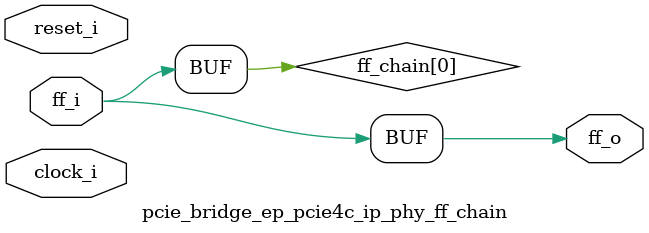
<source format=v>
/*****************************************************************************
** Description:
**    Flop Chain
**
******************************************************************************/

`timescale 1ps/1ps

`define AS_PHYREG(clk, reset, q, d, rstval)  \
   always @(posedge clk or posedge reset) begin \
      if (reset) \
         q  <= #(TCQ)   rstval;  \
      else  \
         q  <= #(TCQ)   d; \
   end

`define PHYREG(clk, reset, q, d, rstval)  \
   always @(posedge clk) begin \
      if (reset) \
         q  <= #(TCQ)   rstval;  \
      else  \
         q  <= #(TCQ)   d; \
   end

(* DowngradeIPIdentifiedWarnings = "yes" *)
module pcie_bridge_ep_pcie4c_ip_phy_ff_chain #(
   // Parameters
   parameter integer PIPELINE_STAGES   = 0,        // 0 = no pipeline; 1 = 1 stage; 2 = 2 stages; 3 = 3 stages
   parameter         ASYNC             = "FALSE",
   parameter integer FF_WIDTH          = 1,
   parameter integer RST_VAL           = 0,
   parameter integer TCQ               = 1
)  (   
   input  wire                         clock_i,          
   input  wire                         reset_i,           
   input  wire [FF_WIDTH-1:0]          ff_i,            
   output wire [FF_WIDTH-1:0]          ff_o        
   );

   genvar   var_i;

   reg   [FF_WIDTH-1:0]          ff_chain [PIPELINE_STAGES:0];

   always @(*) ff_chain[0] = ff_i;

generate
   if (PIPELINE_STAGES > 0) begin:  with_ff_chain
      for (var_i = 0; var_i < PIPELINE_STAGES; var_i = var_i + 1) begin: ff_chain_gen
         if (ASYNC == "TRUE") begin: async_rst
            `AS_PHYREG(clock_i, reset_i, ff_chain[var_i+1], ff_chain[var_i], RST_VAL)
         end else begin: sync_rst
            `PHYREG(clock_i, reset_i, ff_chain[var_i+1], ff_chain[var_i], RST_VAL)
         end
      end
   end
endgenerate

   assign ff_o = ff_chain[PIPELINE_STAGES];

endmodule

</source>
